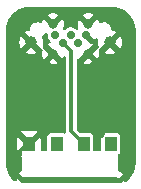
<source format=gbr>
%TF.GenerationSoftware,KiCad,Pcbnew,7.0.1*%
%TF.CreationDate,2023-06-15T11:30:52+02:00*%
%TF.ProjectId,USB-PCB-bridge,5553422d-5043-4422-9d62-72696467652e,rev?*%
%TF.SameCoordinates,Original*%
%TF.FileFunction,Copper,L2,Bot*%
%TF.FilePolarity,Positive*%
%FSLAX46Y46*%
G04 Gerber Fmt 4.6, Leading zero omitted, Abs format (unit mm)*
G04 Created by KiCad (PCBNEW 7.0.1) date 2023-06-15 11:30:52*
%MOMM*%
%LPD*%
G01*
G04 APERTURE LIST*
%TA.AperFunction,SMDPad,CuDef*%
%ADD10R,8.000000X0.600000*%
%TD*%
%TA.AperFunction,SMDPad,CuDef*%
%ADD11R,1.000000X1.200000*%
%TD*%
%TA.AperFunction,ComponentPad*%
%ADD12C,1.000000*%
%TD*%
%TA.AperFunction,ComponentPad*%
%ADD13C,0.800000*%
%TD*%
%TA.AperFunction,ComponentPad*%
%ADD14C,0.700000*%
%TD*%
%TA.AperFunction,ViaPad*%
%ADD15C,0.800000*%
%TD*%
%TA.AperFunction,Conductor*%
%ADD16C,0.300000*%
%TD*%
%TA.AperFunction,Conductor*%
%ADD17C,0.400000*%
%TD*%
G04 APERTURE END LIST*
D10*
%TO.P,J2,6,Shield*%
%TO.N,GND*%
X108450000Y-120200000D03*
D11*
%TO.P,J2,7,VBUS*%
%TO.N,unconnected-(J2-VBUS-Pad7)*%
X111900000Y-117100000D03*
%TO.P,J2,8,D-*%
%TO.N,Net-(J1-D-)*%
X109600000Y-117100000D03*
%TO.P,J2,9,D+*%
%TO.N,unconnected-(J2-D+-Pad9)*%
X107300000Y-117100000D03*
%TO.P,J2,10,GND*%
%TO.N,GND*%
X105000000Y-117100000D03*
%TD*%
D12*
%TO.P,J1,6,Shield*%
%TO.N,GND*%
X111825000Y-108515000D03*
D13*
X110000000Y-109475000D03*
X110000000Y-106965000D03*
X107000000Y-109475000D03*
X107000000Y-106965000D03*
D12*
X105175000Y-108515000D03*
D14*
%TO.P,J1,5,GND*%
X109800000Y-107900000D03*
%TO.P,J1,4,ID*%
%TO.N,unconnected-(J1-ID-Pad4)*%
X109150000Y-108550000D03*
%TO.P,J1,3,D+*%
%TO.N,Net-(J1-D+)*%
X108500000Y-107900000D03*
%TO.P,J1,2,D-*%
%TO.N,Net-(J1-D-)*%
X107850000Y-108550000D03*
%TO.P,J1,1,VBUS*%
%TO.N,Net-(J1-VBUS)*%
X107200000Y-107900000D03*
%TD*%
D15*
%TO.N,GND*%
X106000000Y-116300000D03*
X110500000Y-110500000D03*
X111000000Y-116300000D03*
X110000000Y-112800000D03*
X106750000Y-112800000D03*
X103700000Y-114800000D03*
X112500000Y-106250000D03*
X113200000Y-114800000D03*
X106500000Y-110500000D03*
X110000000Y-115300000D03*
X113200000Y-112800000D03*
X107000000Y-115300000D03*
X103700000Y-112800000D03*
X104500000Y-106250000D03*
%TD*%
D16*
%TO.N,Net-(J1-D-)*%
X108550000Y-116050000D02*
X109600000Y-117100000D01*
X108550000Y-109250000D02*
X108550000Y-116050000D01*
X107850000Y-108550000D02*
X108550000Y-109250000D01*
D17*
%TO.N,GND*%
X113200000Y-119635708D02*
X112635708Y-120200000D01*
X112635708Y-120200000D02*
X108450000Y-120200000D01*
X113200000Y-114800000D02*
X113200000Y-119635708D01*
X108450000Y-120200000D02*
X104417157Y-120200000D01*
X103700000Y-119482843D02*
X103700000Y-114800000D01*
X104417157Y-120200000D02*
X103700000Y-119482843D01*
%TD*%
%TA.AperFunction,Conductor*%
%TO.N,GND*%
G36*
X112004119Y-105500770D02*
G01*
X112083648Y-105505982D01*
X112261461Y-105518699D01*
X112277024Y-105520796D01*
X112388397Y-105542949D01*
X112390394Y-105543364D01*
X112530143Y-105573765D01*
X112543806Y-105577557D01*
X112657737Y-105616232D01*
X112661067Y-105617417D01*
X112788725Y-105665031D01*
X112800384Y-105670065D01*
X112910600Y-105724418D01*
X112915254Y-105726835D01*
X113032421Y-105790812D01*
X113041994Y-105796608D01*
X113145238Y-105865594D01*
X113150724Y-105869477D01*
X113256668Y-105948786D01*
X113264216Y-105954906D01*
X113357936Y-106037097D01*
X113363953Y-106042733D01*
X113457265Y-106136045D01*
X113462901Y-106142062D01*
X113545092Y-106235782D01*
X113551218Y-106243337D01*
X113605338Y-106315633D01*
X113630519Y-106349271D01*
X113634415Y-106354776D01*
X113703382Y-106457993D01*
X113709196Y-106467595D01*
X113773162Y-106584742D01*
X113775580Y-106589398D01*
X113829925Y-106699597D01*
X113834975Y-106711293D01*
X113882253Y-106838051D01*
X113882549Y-106838843D01*
X113883794Y-106842342D01*
X113922434Y-106956170D01*
X113926240Y-106969881D01*
X113956613Y-107109506D01*
X113957071Y-107111708D01*
X113979200Y-107222959D01*
X113981300Y-107238551D01*
X113993993Y-107416021D01*
X113994044Y-107416768D01*
X113999230Y-107495880D01*
X113999500Y-107504122D01*
X113999500Y-118695878D01*
X113999230Y-118704120D01*
X113994044Y-118783230D01*
X113993993Y-118783977D01*
X113981300Y-118961447D01*
X113979200Y-118977039D01*
X113957071Y-119088290D01*
X113956613Y-119090492D01*
X113926240Y-119230117D01*
X113922432Y-119243836D01*
X113883806Y-119357624D01*
X113882549Y-119361155D01*
X113834975Y-119488705D01*
X113829925Y-119500401D01*
X113775580Y-119610600D01*
X113773162Y-119615256D01*
X113709196Y-119732403D01*
X113703373Y-119742021D01*
X113634415Y-119845222D01*
X113630519Y-119850727D01*
X113551230Y-119956646D01*
X113545092Y-119964216D01*
X113462901Y-120057936D01*
X113457265Y-120063953D01*
X113363953Y-120157265D01*
X113357936Y-120162901D01*
X113264216Y-120245092D01*
X113256647Y-120251229D01*
X113159509Y-120323946D01*
X113095231Y-120348576D01*
X113027600Y-120335750D01*
X112976803Y-120289296D01*
X112958000Y-120223078D01*
X112958000Y-119851411D01*
X112951494Y-119790906D01*
X112900445Y-119654037D01*
X112812904Y-119537095D01*
X112695962Y-119449554D01*
X112582468Y-119407223D01*
X112539550Y-119380358D01*
X112510673Y-119338767D01*
X112500500Y-119289167D01*
X112500500Y-118066215D01*
X112509724Y-118018894D01*
X112536044Y-117978501D01*
X112570382Y-117954589D01*
X112652205Y-117872766D01*
X112652205Y-117872765D01*
X112652206Y-117872765D01*
X112697585Y-117769991D01*
X112700500Y-117744865D01*
X112700499Y-116455136D01*
X112700066Y-116451405D01*
X112697585Y-116430009D01*
X112652205Y-116327233D01*
X112572766Y-116247794D01*
X112469992Y-116202415D01*
X112464965Y-116201832D01*
X112444865Y-116199500D01*
X112444861Y-116199500D01*
X111355134Y-116199500D01*
X111330009Y-116202414D01*
X111227233Y-116247794D01*
X111147794Y-116327233D01*
X111102415Y-116430007D01*
X111102414Y-116430009D01*
X111102415Y-116430009D01*
X111099954Y-116451228D01*
X111099500Y-116455138D01*
X111099501Y-117573500D01*
X111082620Y-117636500D01*
X111036501Y-117682619D01*
X110973501Y-117699500D01*
X110526500Y-117699500D01*
X110463500Y-117682619D01*
X110417381Y-117636500D01*
X110400500Y-117573500D01*
X110400499Y-116455134D01*
X110397585Y-116430009D01*
X110352205Y-116327233D01*
X110272766Y-116247794D01*
X110169992Y-116202415D01*
X110163709Y-116201686D01*
X110144865Y-116199500D01*
X110144862Y-116199500D01*
X109388793Y-116199500D01*
X109340575Y-116189909D01*
X109299698Y-116162595D01*
X109037405Y-115900302D01*
X109010091Y-115859425D01*
X109000500Y-115811207D01*
X109000500Y-110273392D01*
X109560816Y-110273392D01*
X109717867Y-110343316D01*
X109904567Y-110383000D01*
X110095434Y-110383000D01*
X110282132Y-110343316D01*
X110439183Y-110273392D01*
X110000001Y-109834210D01*
X110000000Y-109834210D01*
X109560816Y-110273392D01*
X109000500Y-110273392D01*
X109000500Y-110028880D01*
X109020233Y-109961180D01*
X109073251Y-109914685D01*
X109142947Y-109903958D01*
X109203816Y-109911972D01*
X110000000Y-109115790D01*
X110000000Y-109115791D01*
X110000001Y-109115790D01*
X110000000Y-109115790D01*
X110439183Y-108676605D01*
X110338282Y-108631680D01*
X110331607Y-108632918D01*
X110287987Y-108658103D01*
X110222765Y-108658103D01*
X110166281Y-108625491D01*
X109529885Y-107989095D01*
X109497273Y-107932611D01*
X109497273Y-107867389D01*
X109529884Y-107810905D01*
X109710903Y-107629885D01*
X109767388Y-107597273D01*
X109832610Y-107597273D01*
X109889094Y-107629885D01*
X110559578Y-108300369D01*
X110559579Y-108300369D01*
X110588138Y-108250903D01*
X110592702Y-108236857D01*
X110627917Y-108182433D01*
X110685529Y-108152718D01*
X110750290Y-108155579D01*
X110805058Y-108190258D01*
X110835336Y-108247576D01*
X110833112Y-108312361D01*
X110831584Y-108317396D01*
X110812122Y-108515000D01*
X110831584Y-108712603D01*
X110879153Y-108869413D01*
X110881953Y-108931577D01*
X110854662Y-108987501D01*
X110827186Y-109007022D01*
X110359210Y-109475000D01*
X110359210Y-109475001D01*
X110796181Y-109911972D01*
X110796182Y-109911971D01*
X110834068Y-109846353D01*
X110893050Y-109664826D01*
X110913001Y-109474999D01*
X110903537Y-109384956D01*
X111314252Y-109384956D01*
X111437392Y-109450777D01*
X111627396Y-109508415D01*
X111825000Y-109527877D01*
X112022603Y-109508415D01*
X112212607Y-109450777D01*
X112335747Y-109384956D01*
X111825001Y-108874210D01*
X111825000Y-108874210D01*
X111314252Y-109384956D01*
X110903537Y-109384956D01*
X110893050Y-109285175D01*
X110864192Y-109196361D01*
X110860386Y-109133145D01*
X110887814Y-109076064D01*
X110939548Y-109039535D01*
X110941458Y-109039330D01*
X111465788Y-108515001D01*
X112184210Y-108515001D01*
X112694956Y-109025747D01*
X112760777Y-108902607D01*
X112818415Y-108712603D01*
X112837877Y-108515000D01*
X112818415Y-108317396D01*
X112760777Y-108127392D01*
X112694956Y-108004252D01*
X112184210Y-108515000D01*
X112184210Y-108515001D01*
X111465788Y-108515001D01*
X111825000Y-108155790D01*
X111825000Y-108155791D01*
X111825001Y-108155790D01*
X111825000Y-108155790D01*
X112335746Y-107645042D01*
X112335747Y-107645042D01*
X112212608Y-107579222D01*
X112037078Y-107525975D01*
X111992579Y-107501851D01*
X111961164Y-107462161D01*
X111947904Y-107413313D01*
X111944056Y-107352140D01*
X111893268Y-107195829D01*
X111838485Y-107109506D01*
X111805202Y-107057060D01*
X111685391Y-106944550D01*
X111541371Y-106865374D01*
X111541368Y-106865373D01*
X111382177Y-106824500D01*
X111259075Y-106824500D01*
X111259072Y-106824500D01*
X111136942Y-106839928D01*
X111063670Y-106868939D01*
X111006740Y-106877345D01*
X110952010Y-106859560D01*
X110910897Y-106819294D01*
X110899640Y-106786959D01*
X110897144Y-106787771D01*
X110834069Y-106593649D01*
X110796181Y-106528026D01*
X110089094Y-107235114D01*
X110032610Y-107267726D01*
X109967388Y-107267726D01*
X109910903Y-107235114D01*
X109203817Y-106528027D01*
X109165930Y-106593650D01*
X109106949Y-106775174D01*
X109086998Y-106965000D01*
X109106949Y-107154825D01*
X109140011Y-107256578D01*
X109143424Y-107321712D01*
X109113813Y-107379826D01*
X109099824Y-107395362D01*
X109045446Y-107430778D01*
X108980654Y-107434436D01*
X108922636Y-107405363D01*
X108872238Y-107360715D01*
X108732368Y-107287305D01*
X108732365Y-107287304D01*
X108578985Y-107249500D01*
X108421015Y-107249500D01*
X108267635Y-107287304D01*
X108267631Y-107287305D01*
X108127761Y-107360715D01*
X108050632Y-107429045D01*
X107992480Y-107458145D01*
X107927564Y-107454375D01*
X107873171Y-107418740D01*
X107843790Y-107360730D01*
X107847246Y-107295796D01*
X107893050Y-107154825D01*
X107913001Y-106965000D01*
X107893050Y-106775174D01*
X107834069Y-106593648D01*
X107796182Y-106528027D01*
X107089094Y-107235115D01*
X107032610Y-107267726D01*
X106967388Y-107267726D01*
X106910903Y-107235114D01*
X106203817Y-106528027D01*
X106165930Y-106593650D01*
X106103712Y-106785137D01*
X106070132Y-106838051D01*
X106015214Y-106868242D01*
X105952544Y-106868243D01*
X105941369Y-106865373D01*
X105941368Y-106865373D01*
X105782177Y-106824500D01*
X105659075Y-106824500D01*
X105659072Y-106824500D01*
X105536944Y-106839928D01*
X105497782Y-106855433D01*
X105384129Y-106900432D01*
X105384127Y-106900433D01*
X105384128Y-106900433D01*
X105251162Y-106997037D01*
X105146399Y-107123674D01*
X105076420Y-107272386D01*
X105046323Y-107430161D01*
X105016247Y-107490800D01*
X104959132Y-107527125D01*
X104787388Y-107579223D01*
X104664252Y-107645041D01*
X105175001Y-108155790D01*
X106058540Y-109039330D01*
X106060451Y-109039535D01*
X106112184Y-109076063D01*
X106139613Y-109133145D01*
X106135807Y-109196360D01*
X106106949Y-109285173D01*
X106086998Y-109474999D01*
X106106949Y-109664825D01*
X106165930Y-109846351D01*
X106203817Y-109911971D01*
X106640790Y-109475000D01*
X106640790Y-109474999D01*
X106172807Y-109007016D01*
X106145340Y-108987501D01*
X106118047Y-108931577D01*
X106120847Y-108869411D01*
X106168415Y-108712601D01*
X106187877Y-108515000D01*
X106168415Y-108317396D01*
X106110777Y-108127392D01*
X106106016Y-108118485D01*
X106091147Y-108060736D01*
X106104498Y-108002617D01*
X106143078Y-107957147D01*
X106148837Y-107952963D01*
X106253600Y-107826326D01*
X106287385Y-107754529D01*
X106321075Y-107711096D01*
X106370055Y-107686139D01*
X106425001Y-107684412D01*
X106475452Y-107706244D01*
X106500772Y-107724640D01*
X106542226Y-107776255D01*
X106551793Y-107841761D01*
X106544722Y-107900002D01*
X106563762Y-108056816D01*
X106619779Y-108204522D01*
X106619780Y-108204523D01*
X106709517Y-108334530D01*
X106771931Y-108389823D01*
X106808970Y-108447619D01*
X106810216Y-108516254D01*
X106775298Y-108575355D01*
X106729232Y-108599652D01*
X106729965Y-108601297D01*
X106560816Y-108676605D01*
X107000001Y-109115790D01*
X107796181Y-109911971D01*
X107796182Y-109911971D01*
X107834068Y-109846353D01*
X107853667Y-109786036D01*
X107893184Y-109727888D01*
X107957708Y-109699966D01*
X108027148Y-109710964D01*
X108079885Y-109757458D01*
X108099500Y-109824972D01*
X108099500Y-116017622D01*
X108098708Y-116031729D01*
X108094730Y-116067034D01*
X108098609Y-116087536D01*
X108092887Y-116154922D01*
X108053147Y-116209643D01*
X107990838Y-116235935D01*
X107923911Y-116226223D01*
X107869991Y-116202415D01*
X107844865Y-116199500D01*
X107844861Y-116199500D01*
X106755134Y-116199500D01*
X106730009Y-116202414D01*
X106627233Y-116247794D01*
X106547794Y-116327233D01*
X106502415Y-116430007D01*
X106502414Y-116430009D01*
X106502415Y-116430009D01*
X106499954Y-116451228D01*
X106499500Y-116455138D01*
X106499501Y-117573500D01*
X106482620Y-117636500D01*
X106436501Y-117682619D01*
X106373501Y-117699500D01*
X106134000Y-117699500D01*
X106071000Y-117682619D01*
X106024881Y-117636500D01*
X106008000Y-117573500D01*
X106008000Y-116451413D01*
X106007979Y-116451229D01*
X105000001Y-117459210D01*
X104999997Y-117459212D01*
X104796616Y-117662595D01*
X104755738Y-117689909D01*
X104707520Y-117699500D01*
X104425158Y-117699500D01*
X104424952Y-117699459D01*
X104399998Y-117699459D01*
X104399901Y-117699499D01*
X104399696Y-117699584D01*
X104399618Y-117699615D01*
X104399617Y-117699617D01*
X104399459Y-117700000D01*
X104399476Y-117725014D01*
X104399471Y-117725014D01*
X104399500Y-117725158D01*
X104399500Y-118007519D01*
X104389909Y-118055738D01*
X104362595Y-118096615D01*
X104293897Y-118165311D01*
X104317532Y-118174127D01*
X104360450Y-118200992D01*
X104389327Y-118242583D01*
X104399500Y-118292183D01*
X104399500Y-119289167D01*
X104389327Y-119338767D01*
X104360450Y-119380358D01*
X104317532Y-119407223D01*
X104204037Y-119449554D01*
X104087095Y-119537095D01*
X103999554Y-119654037D01*
X103948505Y-119790906D01*
X103942000Y-119851411D01*
X103942000Y-120147852D01*
X103929006Y-120203580D01*
X103892704Y-120247815D01*
X103840581Y-120271431D01*
X103783389Y-120269559D01*
X103732922Y-120242584D01*
X103642062Y-120162902D01*
X103636045Y-120157265D01*
X103542733Y-120063953D01*
X103537097Y-120057936D01*
X103454906Y-119964216D01*
X103448786Y-119956668D01*
X103369477Y-119850724D01*
X103365594Y-119845238D01*
X103296608Y-119741994D01*
X103290812Y-119732421D01*
X103226835Y-119615254D01*
X103224418Y-119610600D01*
X103188169Y-119537095D01*
X103170065Y-119500384D01*
X103165031Y-119488725D01*
X103117417Y-119361067D01*
X103116232Y-119357737D01*
X103077557Y-119243806D01*
X103073765Y-119230143D01*
X103043364Y-119090394D01*
X103042949Y-119088397D01*
X103020796Y-118977024D01*
X103018699Y-118961461D01*
X103005977Y-118783570D01*
X103000770Y-118704119D01*
X103000500Y-118695880D01*
X103000500Y-117748590D01*
X103992000Y-117748590D01*
X103992019Y-117748770D01*
X104640790Y-117100000D01*
X104640790Y-117099999D01*
X103992019Y-116451228D01*
X103992018Y-116451228D01*
X103992000Y-116451405D01*
X103992000Y-117748590D01*
X103000500Y-117748590D01*
X103000500Y-116034687D01*
X104293897Y-116034687D01*
X105000000Y-116740789D01*
X105000001Y-116740789D01*
X105706101Y-116034688D01*
X105706101Y-116034687D01*
X105609093Y-115998505D01*
X105548589Y-115992000D01*
X104451411Y-115992000D01*
X104390904Y-115998505D01*
X104293897Y-116034686D01*
X104293897Y-116034687D01*
X103000500Y-116034687D01*
X103000500Y-110273392D01*
X106560816Y-110273392D01*
X106717867Y-110343316D01*
X106904567Y-110383000D01*
X107095434Y-110383000D01*
X107282132Y-110343316D01*
X107439183Y-110273392D01*
X107000001Y-109834210D01*
X107000000Y-109834210D01*
X106560816Y-110273392D01*
X103000500Y-110273392D01*
X103000500Y-109384956D01*
X104664252Y-109384956D01*
X104787392Y-109450777D01*
X104977396Y-109508415D01*
X105175000Y-109527877D01*
X105372603Y-109508415D01*
X105562607Y-109450777D01*
X105685747Y-109384956D01*
X105175001Y-108874210D01*
X105175000Y-108874210D01*
X104664252Y-109384956D01*
X103000500Y-109384956D01*
X103000500Y-108515000D01*
X104162122Y-108515000D01*
X104181584Y-108712603D01*
X104239222Y-108902607D01*
X104305042Y-109025746D01*
X104815790Y-108515000D01*
X104815790Y-108514999D01*
X104305042Y-108004251D01*
X104305041Y-108004252D01*
X104239223Y-108127390D01*
X104181584Y-108317396D01*
X104162122Y-108515000D01*
X103000500Y-108515000D01*
X103000500Y-107504120D01*
X103000770Y-107495882D01*
X103003490Y-107454375D01*
X103005983Y-107416339D01*
X103018700Y-107238534D01*
X103020795Y-107222979D01*
X103042958Y-107111556D01*
X103043355Y-107109648D01*
X103073767Y-106969847D01*
X103077554Y-106956202D01*
X103116246Y-106842220D01*
X103117402Y-106838974D01*
X103165037Y-106711260D01*
X103170058Y-106699629D01*
X103224440Y-106589355D01*
X103226814Y-106584784D01*
X103290824Y-106467558D01*
X103296595Y-106458025D01*
X103365618Y-106354725D01*
X103369451Y-106349309D01*
X103448805Y-106243305D01*
X103454883Y-106235809D01*
X103515572Y-106166606D01*
X106560815Y-106166606D01*
X106999999Y-106605790D01*
X107000000Y-106605790D01*
X107439183Y-106166606D01*
X109560815Y-106166606D01*
X109999999Y-106605790D01*
X110000000Y-106605790D01*
X110439183Y-106166606D01*
X110439182Y-106166605D01*
X110282135Y-106096684D01*
X110095433Y-106057000D01*
X109904567Y-106057000D01*
X109717864Y-106096684D01*
X109560816Y-106166605D01*
X109560815Y-106166606D01*
X107439183Y-106166606D01*
X107439182Y-106166605D01*
X107282135Y-106096684D01*
X107095433Y-106057000D01*
X106904567Y-106057000D01*
X106717864Y-106096684D01*
X106560816Y-106166605D01*
X106560815Y-106166606D01*
X103515572Y-106166606D01*
X103537110Y-106142047D01*
X103542703Y-106136076D01*
X103636076Y-106042703D01*
X103642047Y-106037110D01*
X103735809Y-105954883D01*
X103743305Y-105948805D01*
X103849309Y-105869451D01*
X103854725Y-105865618D01*
X103958025Y-105796595D01*
X103967558Y-105790824D01*
X104084784Y-105726814D01*
X104089355Y-105724440D01*
X104199629Y-105670058D01*
X104211260Y-105665037D01*
X104338974Y-105617402D01*
X104342220Y-105616246D01*
X104456202Y-105577554D01*
X104469847Y-105573767D01*
X104609648Y-105543355D01*
X104611556Y-105542958D01*
X104722979Y-105520795D01*
X104738534Y-105518700D01*
X104916339Y-105505983D01*
X104991005Y-105501089D01*
X104995882Y-105500770D01*
X105004120Y-105500500D01*
X111995880Y-105500500D01*
X112004119Y-105500770D01*
G37*
%TD.AperFunction*%
%TD*%
M02*

</source>
